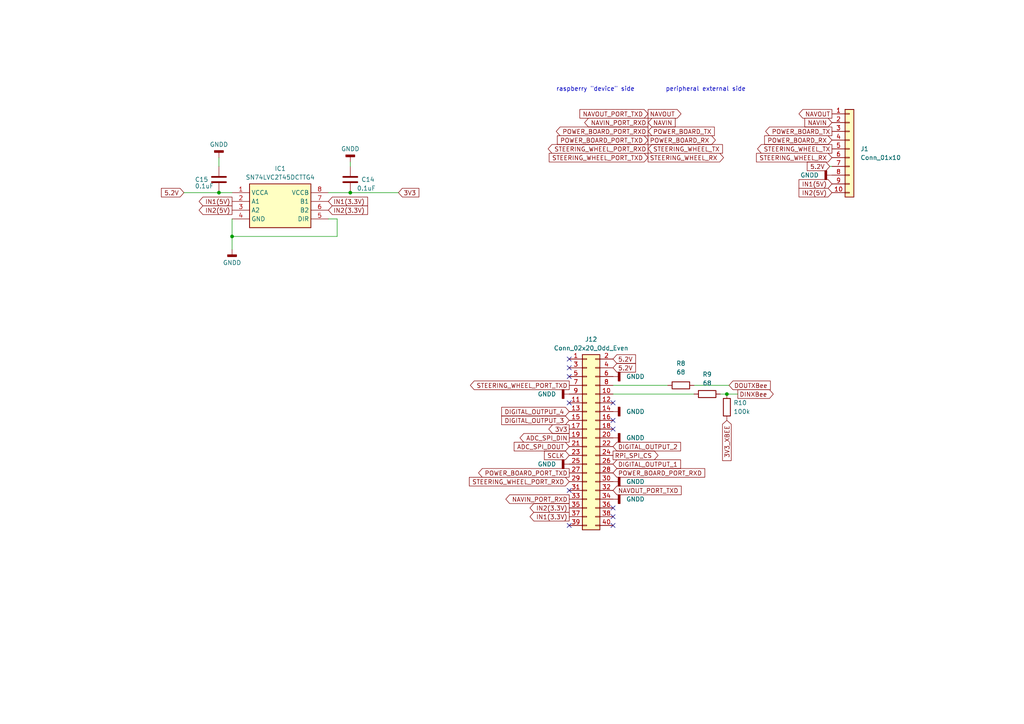
<source format=kicad_sch>
(kicad_sch (version 20231120) (generator "eeschema") (generator_version "8.0")
  (paper "A4")
  (lib_symbols
    (symbol "Connector_Generic:Conn_01x10" (pin_names (offset 1.016) hide)
      (property "Reference" "J" (at 0 12.7 0))
      (property "Value" "Conn_01x10" (at 0 -15.24 0))
      (symbol "Conn_01x10_1_1"
        (rectangle (start -1.27 -12.573) (end 0 -12.827) (stroke (width 0.1524)))
        (rectangle (start -1.27 -10.033) (end 0 -10.287) (stroke (width 0.1524)))
        (rectangle (start -1.27 -7.493) (end 0 -7.747) (stroke (width 0.1524)))
        (rectangle (start -1.27 -4.953) (end 0 -5.207) (stroke (width 0.1524)))
        (rectangle (start -1.27 -2.413) (end 0 -2.667) (stroke (width 0.1524)))
        (rectangle (start -1.27 0.127) (end 0 -0.127) (stroke (width 0.1524)))
        (rectangle (start -1.27 2.667) (end 0 2.413) (stroke (width 0.1524)))
        (rectangle (start -1.27 5.207) (end 0 4.953) (stroke (width 0.1524)))
        (rectangle (start -1.27 7.747) (end 0 7.493) (stroke (width 0.1524)))
        (rectangle (start -1.27 10.287) (end 0 10.033) (stroke (width 0.1524)))
        (rectangle (start -1.27 11.43) (end 1.27 -13.97) (stroke (width 0.254)) (fill (type background)))
        (pin passive line (at -5.08 10.16 0) (length 3.81) (name "Pin_1") (number "1"))
        (pin passive line (at -5.08 -12.7 0) (length 3.81) (name "Pin_10") (number "10"))
        (pin passive line (at -5.08 7.62 0) (length 3.81) (name "Pin_2") (number "2"))
        (pin passive line (at -5.08 5.08 0) (length 3.81) (name "Pin_3") (number "3"))
        (pin passive line (at -5.08 2.54 0) (length 3.81) (name "Pin_4") (number "4"))
        (pin passive line (at -5.08 0 0) (length 3.81) (name "Pin_5") (number "5"))
        (pin passive line (at -5.08 -2.54 0) (length 3.81) (name "Pin_6") (number "6"))
        (pin passive line (at -5.08 -5.08 0) (length 3.81) (name "Pin_7") (number "7"))
        (pin passive line (at -5.08 -7.62 0) (length 3.81) (name "Pin_8") (number "8"))
        (pin passive line (at -5.08 -10.16 0) (length 3.81) (name "Pin_9") (number "9"))
      )
    )
    (symbol "Connector_Generic:Conn_02x20_Odd_Even" (pin_names (offset 1.016) hide)
      (property "Reference" "J" (at 1.27 25.4 0))
      (property "Value" "Conn_02x20_Odd_Even" (at 1.27 -27.94 0))
      (symbol "Conn_02x20_Odd_Even_1_1"
        (rectangle (start -1.27 -25.273) (end 0 -25.527) (stroke (width 0.1524)))
        (rectangle (start -1.27 -22.733) (end 0 -22.987) (stroke (width 0.1524)))
        (rectangle (start -1.27 -20.193) (end 0 -20.447) (stroke (width 0.1524)))
        (rectangle (start -1.27 -17.653) (end 0 -17.907) (stroke (width 0.1524)))
        (rectangle (start -1.27 -15.113) (end 0 -15.367) (stroke (width 0.1524)))
        (rectangle (start -1.27 -12.573) (end 0 -12.827) (stroke (width 0.1524)))
        (rectangle (start -1.27 -10.033) (end 0 -10.287) (stroke (width 0.1524)))
        (rectangle (start -1.27 -7.493) (end 0 -7.747) (stroke (width 0.1524)))
        (rectangle (start -1.27 -4.953) (end 0 -5.207) (stroke (width 0.1524)))
        (rectangle (start -1.27 -2.413) (end 0 -2.667) (stroke (width 0.1524)))
        (rectangle (start -1.27 0.127) (end 0 -0.127) (stroke (width 0.1524)))
        (rectangle (start -1.27 2.667) (end 0 2.413) (stroke (width 0.1524)))
        (rectangle (start -1.27 5.207) (end 0 4.953) (stroke (width 0.1524)))
        (rectangle (start -1.27 7.747) (end 0 7.493) (stroke (width 0.1524)))
        (rectangle (start -1.27 10.287) (end 0 10.033) (stroke (width 0.1524)))
        (rectangle (start -1.27 12.827) (end 0 12.573) (stroke (width 0.1524)))
        (rectangle (start -1.27 15.367) (end 0 15.113) (stroke (width 0.1524)))
        (rectangle (start -1.27 17.907) (end 0 17.653) (stroke (width 0.1524)))
        (rectangle (start -1.27 20.447) (end 0 20.193) (stroke (width 0.1524)))
        (rectangle (start -1.27 22.987) (end 0 22.733) (stroke (width 0.1524)))
        (rectangle (start -1.27 24.13) (end 3.81 -26.67) (stroke (width 0.254)) (fill (type background)))
        (rectangle (start 3.81 -25.273) (end 2.54 -25.527) (stroke (width 0.1524)))
        (rectangle (start 3.81 -22.733) (end 2.54 -22.987) (stroke (width 0.1524)))
        (rectangle (start 3.81 -20.193) (end 2.54 -20.447) (stroke (width 0.1524)))
        (rectangle (start 3.81 -17.653) (end 2.54 -17.907) (stroke (width 0.1524)))
        (rectangle (start 3.81 -15.113) (end 2.54 -15.367) (stroke (width 0.1524)))
        (rectangle (start 3.81 -12.573) (end 2.54 -12.827) (stroke (width 0.1524)))
        (rectangle (start 3.81 -10.033) (end 2.54 -10.287) (stroke (width 0.1524)))
        (rectangle (start 3.81 -7.493) (end 2.54 -7.747) (stroke (width 0.1524)))
        (rectangle (start 3.81 -4.953) (end 2.54 -5.207) (stroke (width 0.1524)))
        (rectangle (start 3.81 -2.413) (end 2.54 -2.667) (stroke (width 0.1524)))
        (rectangle (start 3.81 0.127) (end 2.54 -0.127) (stroke (width 0.1524)))
        (rectangle (start 3.81 2.667) (end 2.54 2.413) (stroke (width 0.1524)))
        (rectangle (start 3.81 5.207) (end 2.54 4.953) (stroke (width 0.1524)))
        (rectangle (start 3.81 7.747) (end 2.54 7.493) (stroke (width 0.1524)))
        (rectangle (start 3.81 10.287) (end 2.54 10.033) (stroke (width 0.1524)))
        (rectangle (start 3.81 12.827) (end 2.54 12.573) (stroke (width 0.1524)))
        (rectangle (start 3.81 15.367) (end 2.54 15.113) (stroke (width 0.1524)))
        (rectangle (start 3.81 17.907) (end 2.54 17.653) (stroke (width 0.1524)))
        (rectangle (start 3.81 20.447) (end 2.54 20.193) (stroke (width 0.1524)))
        (rectangle (start 3.81 22.987) (end 2.54 22.733) (stroke (width 0.1524)))
        (pin passive line (at -5.08 22.86 0) (length 3.81) (name "Pin_1") (number "1"))
        (pin passive line (at 7.62 12.7 180) (length 3.81) (name "Pin_10") (number "10"))
        (pin passive line (at -5.08 10.16 0) (length 3.81) (name "Pin_11") (number "11"))
        (pin passive line (at 7.62 10.16 180) (length 3.81) (name "Pin_12") (number "12"))
        (pin passive line (at -5.08 7.62 0) (length 3.81) (name "Pin_13") (number "13"))
        (pin passive line (at 7.62 7.62 180) (length 3.81) (name "Pin_14") (number "14"))
        (pin passive line (at -5.08 5.08 0) (length 3.81) (name "Pin_15") (number "15"))
        (pin passive line (at 7.62 5.08 180) (length 3.81) (name "Pin_16") (number "16"))
        (pin passive line (at -5.08 2.54 0) (length 3.81) (name "Pin_17") (number "17"))
        (pin passive line (at 7.62 2.54 180) (length 3.81) (name "Pin_18") (number "18"))
        (pin passive line (at -5.08 0 0) (length 3.81) (name "Pin_19") (number "19"))
        (pin passive line (at 7.62 22.86 180) (length 3.81) (name "Pin_2") (number "2"))
        (pin passive line (at 7.62 0 180) (length 3.81) (name "Pin_20") (number "20"))
        (pin passive line (at -5.08 -2.54 0) (length 3.81) (name "Pin_21") (number "21"))
        (pin passive line (at 7.62 -2.54 180) (length 3.81) (name "Pin_22") (number "22"))
        (pin passive line (at -5.08 -5.08 0) (length 3.81) (name "Pin_23") (number "23"))
        (pin passive line (at 7.62 -5.08 180) (length 3.81) (name "Pin_24") (number "24"))
        (pin passive line (at -5.08 -7.62 0) (length 3.81) (name "Pin_25") (number "25"))
        (pin passive line (at 7.62 -7.62 180) (length 3.81) (name "Pin_26") (number "26"))
        (pin passive line (at -5.08 -10.16 0) (length 3.81) (name "Pin_27") (number "27"))
        (pin passive line (at 7.62 -10.16 180) (length 3.81) (name "Pin_28") (number "28"))
        (pin passive line (at -5.08 -12.7 0) (length 3.81) (name "Pin_29") (number "29"))
        (pin passive line (at -5.08 20.32 0) (length 3.81) (name "Pin_3") (number "3"))
        (pin passive line (at 7.62 -12.7 180) (length 3.81) (name "Pin_30") (number "30"))
        (pin passive line (at -5.08 -15.24 0) (length 3.81) (name "Pin_31") (number "31"))
        (pin passive line (at 7.62 -15.24 180) (length 3.81) (name "Pin_32") (number "32"))
        (pin passive line (at -5.08 -17.78 0) (length 3.81) (name "Pin_33") (number "33"))
        (pin passive line (at 7.62 -17.78 180) (length 3.81) (name "Pin_34") (number "34"))
        (pin passive line (at -5.08 -20.32 0) (length 3.81) (name "Pin_35") (number "35"))
        (pin passive line (at 7.62 -20.32 180) (length 3.81) (name "Pin_36") (number "36"))
        (pin passive line (at -5.08 -22.86 0) (length 3.81) (name "Pin_37") (number "37"))
        (pin passive line (at 7.62 -22.86 180) (length 3.81) (name "Pin_38") (number "38"))
        (pin passive line (at -5.08 -25.4 0) (length 3.81) (name "Pin_39") (number "39"))
        (pin passive line (at 7.62 20.32 180) (length 3.81) (name "Pin_4") (number "4"))
        (pin passive line (at 7.62 -25.4 180) (length 3.81) (name "Pin_40") (number "40"))
        (pin passive line (at -5.08 17.78 0) (length 3.81) (name "Pin_5") (number "5"))
        (pin passive line (at 7.62 17.78 180) (length 3.81) (name "Pin_6") (number "6"))
        (pin passive line (at -5.08 15.24 0) (length 3.81) (name "Pin_7") (number "7"))
        (pin passive line (at 7.62 15.24 180) (length 3.81) (name "Pin_8") (number "8"))
        (pin passive line (at -5.08 12.7 0) (length 3.81) (name "Pin_9") (number "9"))
      )
    )
    (symbol "Device:C" (pin_numbers hide) (pin_names (offset 0.254))
      (property "Reference" "C" (at 0.635 2.54 0))
      (property "Value" "C" (at 0.635 -2.54 0))
      (symbol "C_0_1"
        (polyline (pts (xy -2.032 -0.762) (xy 2.032 -0.762)) (stroke (width 0.508)))
        (polyline (pts (xy -2.032 0.762) (xy 2.032 0.762)) (stroke (width 0.508)))
      )
      (symbol "C_1_1"
        (pin passive line (at 0 3.81 270) (length 2.794) (name "~") (number "1"))
        (pin passive line (at 0 -3.81 90) (length 2.794) (name "~") (number "2"))
      )
    )
    (symbol "Device:R" (pin_numbers hide) (pin_names (offset 0))
      (property "Reference" "R" (at 2.032 0 90))
      (property "Value" "R" (at 0 0 90))
      (symbol "R_0_1"
        (rectangle (start -1.016 -2.54) (end 1.016 2.54) (stroke (width 0.254)))
      )
      (symbol "R_1_1"
        (pin passive line (at 0 3.81 270) (length 1.27) (name "~") (number "1"))
        (pin passive line (at 0 -3.81 90) (length 1.27) (name "~") (number "2"))
      )
    )
    (symbol "Logic_LevelTranslator:SN74LVC2T45DCTTG4"
      (property "Reference" "IC" (at 24.13 7.62 0))
      (property "Value" "SN74LVC2T45DCTTG4" (at 24.13 5.08 0))
      (symbol "SN74LVC2T45DCTTG4_1_1"
        (rectangle (start 5.08 2.54) (end 22.86 -10.16) (stroke (width 0.254)) (fill (type background)))
        (pin passive line (at 0 0 0) (length 5.08) (name "VCCA") (number "1"))
        (pin passive line (at 0 -2.54 0) (length 5.08) (name "A1") (number "2"))
        (pin passive line (at 0 -5.08 0) (length 5.08) (name "A2") (number "3"))
        (pin passive line (at 0 -7.62 0) (length 5.08) (name "GND") (number "4"))
        (pin passive line (at 27.94 -7.62 180) (length 5.08) (name "DIR") (number "5"))
        (pin passive line (at 27.94 -5.08 180) (length 5.08) (name "B2") (number "6"))
        (pin passive line (at 27.94 -2.54 180) (length 5.08) (name "B1") (number "7"))
        (pin passive line (at 27.94 0 180) (length 5.08) (name "VCCB") (number "8"))
      )
    )
    (symbol "power:GNDD" (power) (pin_names (offset 0))
      (property "Value" "GNDD" (at 0 -3.175 0))
      (symbol "GNDD_0_1"
        (rectangle (start -1.27 -1.524) (end 1.27 -2.032) (stroke (width 0.254)) (fill (type outline)))
        (polyline (pts (xy 0 0) (xy 0 -1.524)))
      )
      (symbol "GNDD_1_1"
        (pin power_in line (at 0 0 270) (length 0) hide (name "GNDD") (number "1"))
      )
    )
  )
  (junction (at 101.6 55.88))
  (junction (at 63.5 55.88))
  (junction (at 67.31 68.58))
  (junction (at 210.82 114.3))
  (no_connect (at 177.8 121.92))
  (no_connect (at 165.1 116.84))
  (no_connect (at 177.8 147.32))
  (no_connect (at 177.8 124.46))
  (no_connect (at 165.1 104.14))
  (no_connect (at 165.1 152.4))
  (no_connect (at 165.1 142.24))
  (no_connect (at 177.8 116.84))
  (no_connect (at 177.8 152.4))
  (no_connect (at 165.1 106.68))
  (no_connect (at 177.8 149.86))
  (no_connect (at 165.1 109.22))
  (wire (pts (xy 67.31 68.58) (xy 67.31 72.39)))
  (wire (pts (xy 67.31 63.5) (xy 67.31 68.58)))
  (wire (pts (xy 201.295 114.3) (xy 177.8 114.3)))
  (wire (pts (xy 210.82 114.3) (xy 208.915 114.3)))
  (wire (pts (xy 213.995 114.3) (xy 210.82 114.3)))
  (wire (pts (xy 63.5 48.26) (xy 63.5 45.72)))
  (wire (pts (xy 211.455 111.76) (xy 201.295 111.76)))
  (wire (pts (xy 101.6 48.26) (xy 101.6 46.99)))
  (wire (pts (xy 53.34 55.88) (xy 63.5 55.88)))
  (wire (pts (xy 97.79 63.5) (xy 97.79 68.58)))
  (wire (pts (xy 101.6 55.88) (xy 115.57 55.88)))
  (wire (pts (xy 95.25 63.5) (xy 97.79 63.5)))
  (wire (pts (xy 193.675 111.76) (xy 177.8 111.76)))
  (wire (pts (xy 241.3 48.26) (xy 240.665 48.26)))
  (wire (pts (xy 63.5 55.88) (xy 67.31 55.88)))
  (wire (pts (xy 95.25 55.88) (xy 101.6 55.88)))
  (wire (pts (xy 97.79 68.58) (xy 67.31 68.58)))
  (text "peripheral external side" (at 193.04 26.67 0) (effects (font (size 1.27 1.27)) (justify left bottom)))
  (text "raspberry \"device\" side" (at 161.29 26.67 0) (effects (font (size 1.27 1.27)) (justify left bottom)))
  (global_label "DIGITAL_OUTPUT_4" (shape input) (at 165.1 119.38 180) (property "Intersheetrefs" "${INTERSHEET_REFS}" (effects (hide yes))))
  (global_label "IN2(5V)" (shape output) (at 67.31 60.96 180) (property "Intersheetrefs" "${INTERSHEET_REFS}" (effects (hide yes))))
  (global_label "NAVOUT" (shape output) (at 241.3 33.02 180) (property "Intersheetrefs" "${INTERSHEET_REFS}" (effects (hide yes))))
  (global_label "5.2V" (shape input) (at 177.8 104.14 0) (property "Intersheetrefs" "${INTERSHEET_REFS}" (effects (hide yes))))
  (global_label "DINXBee" (shape output) (at 213.995 114.3 0) (property "Intersheetrefs" "${INTERSHEET_REFS}" (effects (hide yes))))
  (global_label "POWER_BOARD_RX" (shape input) (at 241.3 40.64 180) (property "Intersheetrefs" "${INTERSHEET_REFS}" (effects (hide yes))))
  (global_label "3V3" (shape output) (at 165.1 124.46 180) (property "Intersheetrefs" "${INTERSHEET_REFS}" (effects (hide yes))))
  (global_label "IN2(5V)" (shape input) (at 241.3 55.88 180) (property "Intersheetrefs" "${INTERSHEET_REFS}" (effects (hide yes))))
  (global_label "DIGITAL_OUTPUT_3" (shape input) (at 165.1 121.92 180) (property "Intersheetrefs" "${INTERSHEET_REFS}" (effects (hide yes))))
  (global_label "RPi_SPI_CS" (shape output) (at 177.8 132.08 0) (property "Intersheetrefs" "${INTERSHEET_REFS}" (effects (hide yes))))
  (global_label "NAVIN_PORT_RXD" (shape output) (at 187.96 35.56 180) (property "Intersheetrefs" "${INTERSHEET_REFS}" (effects (hide yes))))
  (global_label "DIGITAL_OUTPUT_1" (shape input) (at 177.8 134.62 0) (property "Intersheetrefs" "${INTERSHEET_REFS}" (effects (hide yes))))
  (global_label "POWER_BOARD_PORT_TXD" (shape input) (at 187.96 40.64 180) (property "Intersheetrefs" "${INTERSHEET_REFS}" (effects (hide yes))))
  (global_label "IN2(3.3V)" (shape output) (at 165.1 147.32 180) (property "Intersheetrefs" "${INTERSHEET_REFS}" (effects (hide yes))))
  (global_label "STEERING_WHEEL_PORT_TXD" (shape input) (at 187.96 45.72 180) (property "Intersheetrefs" "${INTERSHEET_REFS}" (effects (hide yes))))
  (global_label "STEERING_WHEEL_PORT_RXD" (shape output) (at 187.96 43.18 180) (property "Intersheetrefs" "${INTERSHEET_REFS}" (effects (hide yes))))
  (global_label "IN1(5V)" (shape output) (at 67.31 58.42 180) (property "Intersheetrefs" "${INTERSHEET_REFS}" (effects (hide yes))))
  (global_label "STEERING_WHEEL_TX" (shape input) (at 187.96 43.18 0) (property "Intersheetrefs" "${INTERSHEET_REFS}" (effects (hide yes))))
  (global_label "NAVIN" (shape input) (at 241.3 35.56 180) (property "Intersheetrefs" "${INTERSHEET_REFS}" (effects (hide yes))))
  (global_label "STEERING_WHEEL_RX" (shape output) (at 187.96 45.72 0) (property "Intersheetrefs" "${INTERSHEET_REFS}" (effects (hide yes))))
  (global_label "NAVIN_PORT_RXD" (shape output) (at 165.1 144.78 180) (property "Intersheetrefs" "${INTERSHEET_REFS}" (effects (hide yes))))
  (global_label "IN1(3.3V)" (shape output) (at 165.1 149.86 180) (property "Intersheetrefs" "${INTERSHEET_REFS}" (effects (hide yes))))
  (global_label "5.2V" (shape input) (at 53.34 55.88 180) (property "Intersheetrefs" "${INTERSHEET_REFS}" (effects (hide yes))))
  (global_label "3V3_XBEE" (shape input) (at 210.82 121.92 270) (property "Intersheetrefs" "${INTERSHEET_REFS}" (effects (hide yes))))
  (global_label "STEERING_WHEEL_TX" (shape output) (at 241.3 43.18 180) (property "Intersheetrefs" "${INTERSHEET_REFS}" (effects (hide yes))))
  (global_label "IN2(3.3V)" (shape input) (at 95.25 60.96 0) (property "Intersheetrefs" "${INTERSHEET_REFS}" (effects (hide yes))))
  (global_label "ADC_SPI_DOUT" (shape input) (at 165.1 129.54 180) (property "Intersheetrefs" "${INTERSHEET_REFS}" (effects (hide yes))))
  (global_label "3V3" (shape input) (at 115.57 55.88 0) (property "Intersheetrefs" "${INTERSHEET_REFS}" (effects (hide yes))))
  (global_label "POWER_BOARD_PORT_TXD" (shape output) (at 165.1 137.16 180) (property "Intersheetrefs" "${INTERSHEET_REFS}" (effects (hide yes))))
  (global_label "NAVOUT" (shape output) (at 187.96 33.02 0) (property "Intersheetrefs" "${INTERSHEET_REFS}" (effects (hide yes))))
  (global_label "STEERING_WHEEL_PORT_RXD" (shape input) (at 165.1 139.7 180) (property "Intersheetrefs" "${INTERSHEET_REFS}" (effects (hide yes))))
  (global_label "DOUTXBee" (shape input) (at 211.455 111.76 0) (property "Intersheetrefs" "${INTERSHEET_REFS}" (effects (hide yes))))
  (global_label "ADC_SPI_DIN" (shape output) (at 165.1 127 180) (property "Intersheetrefs" "${INTERSHEET_REFS}" (effects (hide yes))))
  (global_label "5.2V" (shape input) (at 240.665 48.26 180) (property "Intersheetrefs" "${INTERSHEET_REFS}" (effects (hide yes))))
  (global_label "5.2V" (shape input) (at 177.8 106.68 0) (property "Intersheetrefs" "${INTERSHEET_REFS}" (effects (hide yes))))
  (global_label "NAVIN" (shape input) (at 187.96 35.56 0) (property "Intersheetrefs" "${INTERSHEET_REFS}" (effects (hide yes))))
  (global_label "SCLK" (shape input) (at 165.1 132.08 180) (property "Intersheetrefs" "${INTERSHEET_REFS}" (effects (hide yes))))
  (global_label "POWER_BOARD_PORT_RXD" (shape input) (at 177.8 137.16 0) (property "Intersheetrefs" "${INTERSHEET_REFS}" (effects (hide yes))))
  (global_label "IN1(3.3V)" (shape input) (at 95.25 58.42 0) (property "Intersheetrefs" "${INTERSHEET_REFS}" (effects (hide yes))))
  (global_label "DIGITAL_OUTPUT_2" (shape input) (at 177.8 129.54 0) (property "Intersheetrefs" "${INTERSHEET_REFS}" (effects (hide yes))))
  (global_label "STEERING_WHEEL_PORT_TXD" (shape output) (at 165.1 111.76 180) (property "Intersheetrefs" "${INTERSHEET_REFS}" (effects (hide yes))))
  (global_label "POWER_BOARD_TX" (shape input) (at 187.96 38.1 0) (property "Intersheetrefs" "${INTERSHEET_REFS}" (effects (hide yes))))
  (global_label "POWER_BOARD_PORT_RXD" (shape output) (at 187.96 38.1 180) (property "Intersheetrefs" "${INTERSHEET_REFS}" (effects (hide yes))))
  (global_label "NAVOUT_PORT_TXD" (shape input) (at 187.96 33.02 180) (property "Intersheetrefs" "${INTERSHEET_REFS}" (effects (hide yes))))
  (global_label "STEERING_WHEEL_RX" (shape input) (at 241.3 45.72 180) (property "Intersheetrefs" "${INTERSHEET_REFS}" (effects (hide yes))))
  (global_label "POWER_BOARD_RX" (shape output) (at 187.96 40.64 0) (property "Intersheetrefs" "${INTERSHEET_REFS}" (effects (hide yes))))
  (global_label "IN1(5V)" (shape input) (at 241.3 53.34 180) (property "Intersheetrefs" "${INTERSHEET_REFS}" (effects (hide yes))))
  (global_label "NAVOUT_PORT_TXD" (shape input) (at 177.8 142.24 0) (property "Intersheetrefs" "${INTERSHEET_REFS}" (effects (hide yes))))
  (global_label "POWER_BOARD_TX" (shape output) (at 241.3 38.1 180) (property "Intersheetrefs" "${INTERSHEET_REFS}" (effects (hide yes))))
  (symbol (lib_id "power:GNDD") (at 241.3 50.8 270) (unit 1)
    (property "Reference" "#PWR015" (effects (hide yes)))
    (property "Value" "GNDD" (at 237.49 50.8 90) (effects (justify right)))
  )
  (symbol (lib_id "Connector_Generic:Conn_01x10") (at 246.38 43.18 0) (unit 1)
    (property "Reference" "J1" (at 249.555 43.18 0) (effects (justify left)))
    (property "Value" "Conn_01x10" (at 249.555 45.72 0) (effects (justify left)))
    (property "Footprint" "21xt_footprints:908160010" (effects (hide yes)))
  )
  (symbol (lib_id "Logic_LevelTranslator:SN74LVC2T45DCTTG4") (at 67.31 55.88 0) (unit 1)
    (property "Reference" "IC1" (at 81.28 48.895 0))
    (property "Value" "SN74LVC2T45DCTTG4" (at 81.28 51.435 0))
    (property "Footprint" "Package_SO:VSSOP-8_2.4x2.1mm_P0.5mm" (effects (hide yes)))
    (property "Datasheet" "https://www.ti.com/lit/gpn/sn74lvc2t45" (effects (hide yes)))
    (property "Height" "1.3" (effects (hide yes)))
    (property "Mouser Part Number" "595-N74LVC2T45DCTTG4" (effects (hide yes)))
    (property "Mouser Price/Stock" "https://www.mouser.co.uk/ProductDetail/Texas-Instruments/SN74LVC2T45DCTTG4?qs=XGzIaZb%2FFYLbZIU5ydXfng%3D%3D" (effects (hide yes)))
    (property "Manufacturer_Name" "Texas Instruments" (effects (hide yes)))
    (property "Manufacturer_Part_Number" "SN74LVC2T45DCTTG4" (effects (hide yes)))
  )
  (symbol (lib_id "power:GNDD") (at 177.8 109.22 90) (unit 1)
    (property "Reference" "#PWR056" (effects (hide yes)))
    (property "Value" "GNDD" (at 181.61 109.22 90) (effects (justify right)))
  )
  (symbol (lib_id "power:GNDD") (at 67.31 72.39 0) (unit 1)
    (property "Reference" "#PWR013" (effects (hide yes)))
    (property "Value" "GNDD" (at 67.31 76.2 0))
  )
  (symbol (lib_id "power:GNDD") (at 165.1 114.3 270) (unit 1)
    (property "Reference" "#PWR057" (effects (hide yes)))
    (property "Value" "GNDD" (at 161.29 114.3 90) (effects (justify right)))
  )
  (symbol (lib_id "Connector_Generic:Conn_02x20_Odd_Even") (at 170.18 127 0) (unit 1)
    (property "Reference" "J12" (at 171.45 98.425 0))
    (property "Value" "Conn_02x20_Odd_Even" (at 171.45 100.965 0))
    (property "Footprint" "RPi5Conn:PinHeader_2x20_P2.54mm_Vertical" (effects (hide yes)))
    (instances (project "mainbox1.0" (path "" (reference "J12") (unit 1))) (project "mainbox2.0" (path "" (reference "J10") (unit 1))))
  )
  (symbol (lib_id "power:GNDD") (at 177.8 139.7 90) (unit 1)
    (property "Reference" "#PWR058" (effects (hide yes)))
    (property "Value" "GNDD" (at 181.61 139.7 90) (effects (justify right)))
  )
  (symbol (lib_id "power:GNDD") (at 177.8 127 90) (unit 1)
    (property "Reference" "#PWR040" (effects (hide yes)))
    (property "Value" "GNDD" (at 181.61 127 90) (effects (justify right)))
  )
  (symbol (lib_id "power:GNDD") (at 63.5 45.72 180) (unit 1)
    (property "Reference" "#PWR02" (effects (hide yes)))
    (property "Value" "GNDD" (at 63.5 41.91 0))
  )
  (symbol (lib_id "Device:R") (at 205.105 114.3 270) (unit 1)
    (property "Reference" "R9" (at 205.105 108.585 90))
    (property "Value" "68" (at 205.105 111.125 90))
    (property "Footprint" "Resistor_SMD:R_0402_1005Metric" (effects (hide yes)))
    (instances (project "mainbox1.0" (path "" (reference "R9") (unit 1))) (project "mainbox2.0" (path "" (reference "R6") (unit 1))) (project "Mainboard_priv" (path "" (reference "R4") (unit 1))))
  )
  (symbol (lib_id "power:GNDD") (at 101.6 46.99 180) (unit 1)
    (property "Reference" "#PWR03" (effects (hide yes)))
    (property "Value" "GNDD" (at 101.6 43.18 0))
  )
  (symbol (lib_id "power:GNDD") (at 177.8 144.78 90) (unit 1)
    (property "Reference" "#PWR060" (effects (hide yes)))
    (property "Value" "GNDD" (at 181.61 144.78 90) (effects (justify right)))
  )
  (symbol (lib_id "Device:C") (at 101.6 52.07 0) (unit 1)
    (property "Reference" "C14" (at 104.775 52.07 0) (effects (justify left)))
    (property "Value" "0.1uF" (at 103.505 54.61 0) (effects (justify left)))
    (property "Footprint" "Capacitor_SMD:C_0402_1005Metric" (effects (hide yes)))
  )
  (symbol (lib_id "Device:C") (at 63.5 52.07 0) (unit 1)
    (property "Reference" "C15" (at 56.515 52.07 0) (effects (justify left)))
    (property "Value" "0.1uF" (at 56.515 53.975 0) (effects (justify left)))
    (property "Footprint" "Capacitor_SMD:C_0402_1005Metric" (effects (hide yes)))
  )
  (symbol (lib_id "power:GNDD") (at 165.1 134.62 270) (unit 1)
    (property "Reference" "#PWR061" (effects (hide yes)))
    (property "Value" "GNDD" (at 161.29 134.62 90) (effects (justify right)))
  )
  (symbol (lib_id "Device:R") (at 197.485 111.76 90) (unit 1)
    (property "Reference" "R8" (at 197.485 105.41 90))
    (property "Value" "68" (at 197.485 107.95 90))
    (property "Footprint" "Resistor_SMD:R_0402_1005Metric" (effects (hide yes)))
    (instances (project "mainbox1.0" (path "" (reference "R8") (unit 1))) (project "mainbox2.0" (path "" (reference "R5") (unit 1))) (project "Mainboard_priv" (path "" (reference "R1") (unit 1))))
  )
  (symbol (lib_id "Device:R") (at 210.82 118.11 0) (unit 1)
    (property "Reference" "R10" (at 212.725 116.84 0) (effects (justify left)))
    (property "Value" "100k" (at 212.725 119.38 0) (effects (justify left)))
    (property "Footprint" "Resistor_SMD:R_0402_1005Metric" (effects (hide yes)))
    (instances (project "mainbox1.0" (path "" (reference "R10") (unit 1))) (project "mainbox2.0" (path "" (reference "R7") (unit 1))) (project "Mainboard_priv" (path "" (reference "R3") (unit 1))))
  )
  (symbol (lib_id "power:GNDD") (at 177.8 119.38 90) (unit 1)
    (property "Reference" "#PWR037" (effects (hide yes)))
    (property "Value" "GNDD" (at 181.61 119.38 90) (effects (justify right)))
  )
)
</source>
